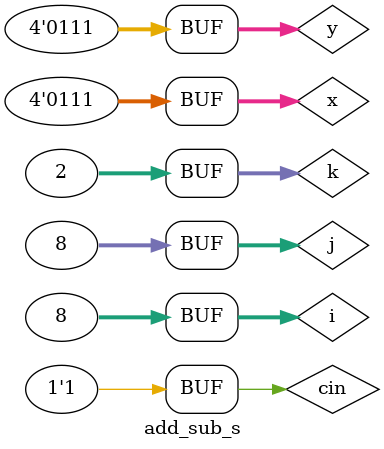
<source format=v>
`timescale 1ns / 1ps


module add_sub_s();
    reg [3:0]x,y;
    reg cin;
    wire [3:0]s;
    
    add_sub uut(x,y,cin,s,cout);
    integer i,j,k;
    initial begin
        for(i=0; i<8; i = i + 1)begin
            for(j=0; j<8; j = j+1)begin
                for(k=0; k<2; k = k+1)begin
                x = i;
                y = j;
                cin = k;
                #10;                
                end
            end
        end
        //$finish;
    end       
endmodule

</source>
